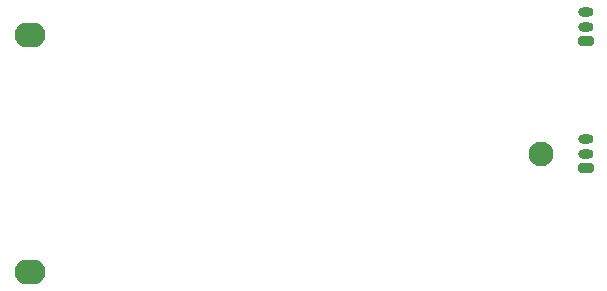
<source format=gbr>
%TF.GenerationSoftware,KiCad,Pcbnew,(6.0.4-0)*%
%TF.CreationDate,2022-12-31T15:50:49-05:00*%
%TF.ProjectId,ANDgate,414e4467-6174-4652-9e6b-696361645f70,rev?*%
%TF.SameCoordinates,Original*%
%TF.FileFunction,Soldermask,Bot*%
%TF.FilePolarity,Negative*%
%FSLAX46Y46*%
G04 Gerber Fmt 4.6, Leading zero omitted, Abs format (unit mm)*
G04 Created by KiCad (PCBNEW (6.0.4-0)) date 2022-12-31 15:50:49*
%MOMM*%
%LPD*%
G01*
G04 APERTURE LIST*
G04 Aperture macros list*
%AMRoundRect*
0 Rectangle with rounded corners*
0 $1 Rounding radius*
0 $2 $3 $4 $5 $6 $7 $8 $9 X,Y pos of 4 corners*
0 Add a 4 corners polygon primitive as box body*
4,1,4,$2,$3,$4,$5,$6,$7,$8,$9,$2,$3,0*
0 Add four circle primitives for the rounded corners*
1,1,$1+$1,$2,$3*
1,1,$1+$1,$4,$5*
1,1,$1+$1,$6,$7*
1,1,$1+$1,$8,$9*
0 Add four rect primitives between the rounded corners*
20,1,$1+$1,$2,$3,$4,$5,0*
20,1,$1+$1,$4,$5,$6,$7,0*
20,1,$1+$1,$6,$7,$8,$9,0*
20,1,$1+$1,$8,$9,$2,$3,0*%
G04 Aperture macros list end*
%ADD10RoundRect,0.200000X0.450000X-0.200000X0.450000X0.200000X-0.450000X0.200000X-0.450000X-0.200000X0*%
%ADD11O,1.300000X0.800000*%
%ADD12C,2.100000*%
%ADD13O,2.600000X2.100000*%
G04 APERTURE END LIST*
D10*
%TO.C,J4*%
X173300000Y-95500000D03*
D11*
X173300000Y-94250000D03*
X173300000Y-93000000D03*
%TD*%
D10*
%TO.C,J3*%
X173300000Y-106250000D03*
D11*
X173300000Y-105000000D03*
X173300000Y-103750000D03*
%TD*%
D12*
%TO.C,D3*%
X169500000Y-105000000D03*
%TD*%
D13*
%TO.C,D2*%
X126250000Y-115000000D03*
%TD*%
%TO.C,D1*%
X126250000Y-95000000D03*
%TD*%
M02*

</source>
